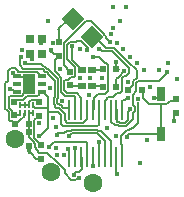
<source format=gbl>
%FSTAX23Y23*%
%MOIN*%
%SFA1B1*%

%IPPOS*%
%AMD57*
4,1,4,-0.038900,0.000000,0.000000,-0.038900,0.038900,0.000000,0.000000,0.038900,-0.038900,0.000000,0.0*
%
%ADD14C,0.006000*%
%ADD21R,0.021650X0.021650*%
%ADD23R,0.021650X0.021650*%
%ADD45C,0.005000*%
%ADD46C,0.008000*%
%ADD47C,0.004000*%
%ADD48C,0.017720*%
%ADD49C,0.062990*%
%ADD52R,0.025590X0.013780*%
%ADD53R,0.043310X0.066930*%
%ADD54R,0.027560X0.029530*%
%ADD55R,0.005910X0.019680*%
%ADD56R,0.009840X0.070870*%
G04~CAMADD=57~10~0.0~551.2~0.0~0.0~0.0~0.0~0~0.0~0.0~0.0~0.0~0~0.0~0.0~0.0~0.0~0~0.0~0.0~0.0~135.0~551.2~0.0*
%ADD57D57*%
%ADD58R,0.029530X0.047240*%
%ADD59R,0.025590X0.023620*%
%LNkoosh_main_board_v1_2-1*%
%LPD*%
G54D14*
X0023Y0041D02*
X0025Y00389D01*
X0023Y0041D02*
Y00455D01*
X0025Y00388D02*
X00261Y00377D01*
X0025Y00388D02*
Y00389D01*
X00261Y00377D02*
X00262D01*
X00192Y00302D02*
X00205Y0029D01*
X00192Y00302D02*
Y00345D01*
X00193Y00345*
X00385Y00354D02*
Y00354D01*
X00403Y00372*
X00378Y00346D02*
X00385Y00354D01*
X00403Y00372D02*
X00404D01*
X00378Y0032D02*
Y00346D01*
X00504Y00284D02*
X00513D01*
X00525Y00296*
X00193Y00345D02*
Y00351D01*
X00378Y00375D02*
X0038Y00372D01*
X00205Y0029D02*
X00215D01*
X00525Y00296D02*
Y00296D01*
X00378Y00038D02*
Y00086D01*
X00297Y00377D02*
X00329D01*
G54D21*
X00463Y0031D03*
X00417D03*
X00086Y00195D03*
X0004D03*
X00332Y0032D03*
X00378D03*
X00332Y0038D03*
X00378D03*
G54D23*
X0012Y00224D03*
Y0027D03*
X00222Y00371D03*
Y00325D03*
X00575Y00278D03*
Y00232D03*
X00185Y00422D03*
Y00468D03*
X00038Y00271D03*
Y00225D03*
X00128Y00127D03*
Y00081D03*
X00086Y00122D03*
Y00168D03*
G54D45*
X00191Y00058D02*
D01*
X00189Y0006*
X00187Y00062*
X00185Y00064*
X00183Y00066*
X00183Y00066*
X00121Y00101D02*
X00148D01*
X00183Y00066*
X00191Y00058D02*
X00205Y00044D01*
Y00033D02*
Y00044D01*
X00152Y00118D02*
X00169Y00135D01*
X00276*
X00254Y00015D02*
X00255Y00014D01*
X00114Y00138D02*
X0012Y00132D01*
X00114Y00138D02*
Y0014D01*
X00104Y0015D02*
X00114Y0014D01*
X00104Y0015D02*
Y00208D01*
X00105Y00118D02*
Y00133D01*
X00104Y00134D02*
X00105Y00133D01*
X00104Y00134D02*
Y00135D01*
X00087Y00152D02*
X00104Y00135D01*
X00105Y00118D02*
X00121Y00101D01*
X00228Y00011D02*
X00241D01*
X00205Y00033D02*
X00228Y00011D01*
X00218Y00114D02*
X00221Y00111D01*
X00235Y00027D02*
Y0003D01*
X00244Y00013D02*
X00255D01*
X00241Y00011D02*
X00244Y00013D01*
X00278Y0054D02*
X00294D01*
X00203Y00393D02*
X00213Y00383D01*
X00223Y00471D02*
X00243D01*
X00213Y00412D02*
Y00461D01*
Y00412D02*
X0022Y00405D01*
X00203Y00393D02*
Y00465D01*
X00278Y0054*
X00213Y00461D02*
X00223Y00471D01*
X00259Y00472D02*
X00282Y00449D01*
X00243Y00471D02*
X00244Y00472D01*
X0022Y00405D02*
X0024Y00385D01*
X00213Y00379D02*
X00222Y00371D01*
X00213Y00379D02*
Y00383D01*
X00342Y00482D02*
X00355Y00469D01*
X00342Y00482D02*
Y00489D01*
X00337Y00493D02*
X00342Y00489D01*
X00337Y00493D02*
Y00497D01*
X00294Y0054D02*
X00337Y00497D01*
X0032Y00447D02*
X00322D01*
X00355Y00469D02*
X00358D01*
X0024Y00357D02*
Y00385D01*
X00218Y00343D02*
X00228Y00353D01*
X00235*
X00208Y00343D02*
X00218D01*
X00235Y00353D02*
X0024Y00357D01*
X00221Y00086D02*
Y00111D01*
X00235Y0003D02*
X0024Y00036D01*
X00252*
X00255Y00013D02*
Y00014D01*
X00252Y00036D02*
X00262Y00046D01*
Y00084*
X0026Y00086D02*
X00262Y00084D01*
X00088Y00195D02*
Y00223D01*
X00085Y00192D02*
X00088Y00195D01*
X00085Y00168D02*
X00087Y00165D01*
X00085Y00168D02*
Y00192D01*
X00276Y00135D02*
X00279Y00132D01*
Y00087D02*
Y00132D01*
X00072Y0026D02*
X00086D01*
X00086Y0027D02*
X00089Y00272D01*
X00085Y0027D02*
X00086D01*
X00058Y0026D02*
X00072D01*
X00089Y00272D02*
Y00272D01*
X00093Y00277D02*
X00106D01*
X00079Y00289D02*
X00113D01*
X00089Y00272D02*
X00093Y00277D01*
X00106D02*
X00107Y00276D01*
X00111*
X0012Y00268*
X00042Y00195D02*
X00062Y00215D01*
X00064*
X00069Y00219*
X00071Y00231D02*
X00072Y00232D01*
X00069Y00222D02*
X00071Y00224D01*
X00069Y00219D02*
Y00222D01*
X00071Y00224D02*
Y00231D01*
X0003Y00206D02*
X00042Y00195D01*
X003Y00056D02*
Y00086D01*
X00299Y00056D02*
X003Y00056D01*
X0022Y00155D02*
X0023Y00165D01*
X00008Y00247D02*
X00012Y00243D01*
X00007Y00257D02*
Y00332D01*
X00008Y00247D02*
Y00256D01*
X00007Y00257D02*
X00008Y00256D01*
X00007Y00332D02*
X00015Y0034D01*
X0003Y00233D02*
X00038Y00225D01*
X0002Y00249D02*
Y00287D01*
X00012Y00243D02*
Y00243D01*
X0003Y00233D02*
Y00239D01*
X0002Y00249D02*
X0003Y00239D01*
X00012Y00243D02*
X0002Y00235D01*
Y00211D02*
Y00235D01*
X00038Y00225D02*
X0004Y00227D01*
X00104Y00208D02*
X0012Y00224D01*
X00086Y00225D02*
Y00232D01*
Y00225D02*
X00088Y00223D01*
X00058Y00228D02*
Y00232D01*
X00057Y00227D02*
X00058Y00228D01*
X0004Y00227D02*
X00057D01*
X00106Y00249D02*
X00133D01*
X00103Y00252D02*
X00106Y00249D01*
X00087Y00152D02*
Y00165D01*
X00172Y00252D02*
X00176Y00248D01*
X00172Y00287D02*
Y00341D01*
X0018Y00281D02*
X00182Y00283D01*
Y00346*
X0018Y00267D02*
X00189Y00258D01*
X00172Y00252D02*
Y00261D01*
X0017Y00263D02*
X00172Y00261D01*
X0017Y00285D02*
X00172Y00287D01*
X0017Y00263D02*
Y00285D01*
X0016Y00368D02*
X00182Y00346D01*
X0018Y00267D02*
Y00281D01*
X0015Y00364D02*
X00172Y00341D01*
X0015Y00364D02*
Y00365D01*
X0016Y00368D02*
Y00369D01*
X00213Y00174D02*
X00225D01*
X00318D02*
X00325D01*
X00225Y00175D02*
X00318D01*
X00318Y00174*
X00314Y00165D02*
X00339Y00139D01*
X0023Y00165D02*
X00314D01*
X00225Y00174D02*
X00225Y00175D01*
X00325Y00174D02*
X00359Y00141D01*
X00548Y00367D02*
Y0037D01*
X0052Y0034D02*
X00548Y00367D01*
X0045Y002D02*
Y00235D01*
Y00257D02*
Y0027D01*
Y00235D02*
X0045Y00235D01*
Y00257*
X0045Y00257D02*
X0045Y00257D01*
X0044Y00239D02*
Y00253D01*
X00432Y00232D02*
X0044Y00239D01*
X00432Y00212D02*
Y00232D01*
X00416Y0021D02*
Y00237D01*
X00433Y00259D02*
X0044Y00253D01*
X00423Y00244D02*
Y00246D01*
X00416Y00237D02*
X00423Y00244D01*
X00433Y00294D02*
X00444Y00305D01*
X00433Y00259D02*
Y00294D01*
X00381Y00301D02*
X00391D01*
X00402Y00356D02*
X0041D01*
X00396Y0035D02*
X00402Y00356D01*
X00391Y00301D02*
X00396Y00306D01*
Y0035*
X0041Y00356D02*
X0042Y00365D01*
X00364Y0044D02*
X0042Y00383D01*
Y00365D02*
Y00383D01*
X00444Y00305D02*
Y00333D01*
X0045Y0034*
X00375Y004D02*
X00378Y00403D01*
X00329Y0044D02*
X00364D01*
X00322Y00447D02*
X00329Y0044D01*
X00244Y00472D02*
X00259D01*
X00339Y00295D02*
X0035Y00306D01*
X00315Y00295D02*
X00339D01*
X0035Y00306D02*
Y00393D01*
X00339Y00399D02*
X00344D01*
X0035Y00393*
X00375Y00394D02*
Y004D01*
X00375Y00393D02*
X00375Y00394D01*
X00375Y00383D02*
X00378Y0038D01*
X00375Y00383D02*
Y00393D01*
X00319Y00418D02*
X00339Y00399D01*
X00296Y00418D02*
X00319D01*
X00378Y0038D02*
X00385D01*
X00017Y00373D02*
X00027Y00383D01*
X00055Y00392D02*
Y00407D01*
Y00392D02*
X00065Y00381D01*
X0012*
X0005Y00372D02*
X00051Y00371D01*
X0005Y00372D02*
Y00374D01*
X00041Y00383D02*
X0005Y00374D01*
X00027Y00383D02*
X00041D01*
X00034Y00364D02*
Y00367D01*
X00033Y00363D02*
X00034Y00364D01*
X0015Y00379D02*
X0016Y00369D01*
X00145Y00369D02*
X0015Y00365D01*
X00145Y00379D02*
X0015D01*
X00203Y00339D02*
X00208Y00343D01*
X00203Y00311D02*
Y00339D01*
Y00311D02*
X00213Y00301D01*
X00112Y00371D02*
X00119Y00364D01*
X00051Y00371D02*
X00112D01*
X00124Y00378D02*
X00132D01*
X0012Y00381D02*
X00124Y00378D01*
X00072Y00398D02*
X00073Y00396D01*
X00055Y00407D02*
X00057Y0041D01*
Y00417*
X0006Y0042*
X00017Y00372D02*
Y00373D01*
X00015Y0037D02*
X00017Y00372D01*
X00033Y00363D02*
X00041Y00355D01*
X00015Y0034D02*
Y0037D01*
X00128Y00396D02*
X00145Y00379D01*
X00102Y00396D02*
X00128D01*
X00101Y00395D02*
X00102Y00396D01*
X00088Y00395D02*
X00101D01*
X00132Y00378D02*
X0014Y00369D01*
X00119Y00359D02*
Y00364D01*
X0014Y00369D02*
X00145D01*
X00069Y00354D02*
X00088Y00335D01*
X00048Y00354D02*
X00069D01*
X0045Y0034D02*
X0052D01*
X00024Y00315D02*
X00027D01*
X00023Y0029D02*
X00053D01*
X0002Y00287D02*
X00023Y0029D01*
X00031Y00311D02*
X00034D01*
X00027Y00315D02*
X00031Y00311D01*
X00034D02*
X00041Y00304D01*
X00067Y00277D02*
X00079Y00289D01*
X00124Y00304D02*
X0013D01*
X00119Y003D02*
X00124Y00304D01*
X00119Y00294D02*
Y003D01*
X00113Y00289D02*
X00119Y00294D01*
X00366Y00286D02*
X00381Y00301D01*
X00351Y00286D02*
X00366D01*
X0018Y00159D02*
X0018Y00158D01*
X00341Y00276D02*
X00343D01*
X00339Y00243D02*
Y00274D01*
X00341Y00276*
X00343D02*
X00346Y00279D01*
Y00282*
X00351Y00286*
X00203Y00165D02*
X00213Y00174D01*
X0018Y00165D02*
X00203D01*
X00213Y002D02*
X00268D01*
X00205Y00209D02*
X00213Y002D01*
X001Y00253D02*
X001Y00252D01*
X00103*
X00133Y00249D02*
X00134Y0025D01*
X0015*
X00359Y00086D02*
Y00141D01*
X00339Y00086D02*
Y00139D01*
X00045Y00277D02*
X00067D01*
X00038Y00271D02*
X00045Y00277D01*
X00053Y0029D02*
X00063D01*
X00053Y0029D02*
X00053Y0029D01*
X00063D02*
X00067Y00294D01*
Y00297*
X00088Y00318D02*
Y00335D01*
X00067Y00297D02*
X00088Y00318D01*
X00024Y00206D02*
X0003D01*
X0002Y00211D02*
X00024Y00206D01*
X00041Y00304D02*
X00047D01*
X00205Y00209D02*
Y00231D01*
X0024Y00244D02*
X00241Y00243D01*
X00215Y0029D02*
X00235D01*
X0024Y00285*
Y00244D02*
Y00285D01*
X00276Y0021D02*
X00278D01*
X00268Y002D02*
X00273Y00205D01*
X0028Y00213D02*
Y00243D01*
X00278Y0021D02*
X0028Y00213D01*
X00273Y00205D02*
Y00207D01*
X00276Y0021*
X00176Y00248D02*
X00188D01*
X00205Y00231*
X00201Y00248D02*
X00221D01*
X00189Y00258D02*
X00192D01*
X00201Y00248*
X00213Y00301D02*
X00231D01*
X00233Y003*
X00245*
X00073Y00396D02*
X00087D01*
X00041Y00355D02*
X00047D01*
X00087Y00396D02*
X00088Y00395D01*
X00124Y00355D02*
X0013D01*
X00119Y00359D02*
X00124Y00355D01*
X0041Y0019D02*
X00432Y00212D01*
X00412Y00175D02*
X0042D01*
X00394Y00157D02*
X00412Y00175D01*
X0042D02*
X00429Y00184D01*
X00434*
X00373Y00192D02*
X00385D01*
X00381Y00204D02*
X00383Y00202D01*
X0039Y002D02*
X00406D01*
X00383Y00202D02*
X00389D01*
X0039Y002*
X00434Y00184D02*
X0045Y002D01*
X00381Y00204D02*
Y00246D01*
X00385Y00192D02*
X00386Y0019D01*
X00406Y002D02*
X00416Y0021D01*
X00386Y0019D02*
X0041D01*
X00303Y00283D02*
X00315Y00295D01*
X00394Y00129D02*
Y00157D01*
Y00129D02*
X00398Y00125D01*
X0018Y00159D02*
Y00165D01*
X00303Y00246D02*
Y00283D01*
X00245Y003D02*
X0026Y00284D01*
Y00243D02*
Y00284D01*
X00398Y00091D02*
Y00125D01*
X00279Y00087D02*
X0028Y00086D01*
X00086Y00232D02*
X001D01*
X00047Y00355D02*
X00048Y00354D01*
X0036Y00204D02*
X00373Y00192D01*
X00359Y00243D02*
X0036Y00242D01*
Y00204D02*
Y00242D01*
X003Y00243D02*
X00303Y00246D01*
G54D46*
X00086Y00111D02*
Y0012D01*
X00085Y00122D02*
X00086Y0012D01*
X00121Y00156D02*
X00122D01*
X0015Y00184*
X00087Y00101D02*
Y0011D01*
X0011Y00081D02*
X00132D01*
X00093Y00098D02*
X0011Y00081D01*
X00093Y00098D02*
Y001D01*
X00091D02*
X00093D01*
X00343Y00451D02*
X00369D01*
X00338Y00456D02*
X00343Y00451D01*
X00338Y00456D02*
Y00456D01*
X00308Y00486D02*
X00338Y00456D01*
X00369Y00451D02*
X00417Y00403D01*
X00172Y00185D02*
X00175D01*
X0012Y002D02*
X00121Y00198D01*
X0015Y00184D02*
Y0024D01*
X00182Y00362D02*
X00193Y00351D01*
X00172Y00372D02*
X00182Y00362D01*
X00182*
X00172Y00372D02*
Y00409D01*
X00571Y00228D02*
X00575Y00232D01*
X00571Y00209D02*
Y00228D01*
X0057Y00207D02*
X00571Y00209D01*
X0057Y00205D02*
Y00207D01*
X00433Y00326D02*
Y00338D01*
X00416Y00309D02*
X00433Y00326D01*
X00407Y00275D02*
X00414Y00282D01*
X00417*
X00399Y00275D02*
X00407D01*
X00398Y00243D02*
Y00274D01*
X00399Y00275*
X00417Y00403D02*
D01*
X00445Y00375*
Y0035D02*
Y00375D01*
X00295Y00486D02*
X00308D01*
X00486Y00263D02*
X00527D01*
X00467Y00282D02*
X00486Y00263D01*
X00172Y00409D02*
X00185Y00422D01*
X0023Y00322D02*
X00262D01*
X00223Y0033D02*
X0023Y00322D01*
X00095Y00412D02*
Y00418D01*
X00158Y00439D02*
X00169Y00428D01*
X00158Y00439D02*
Y0044D01*
X00125Y00465D02*
Y00469D01*
X00185Y00468D02*
Y00512D01*
X00184Y00512D02*
X00185Y00512D01*
X00433Y00338D02*
X00445Y0035D01*
X00184Y00512D02*
X00215Y00542D01*
X00467Y00282D02*
Y00305D01*
X00463Y0031D02*
X00467Y00305D01*
X00123Y0047D02*
X00125Y00469D01*
X00178Y00428D02*
X00185Y00422D01*
X00169Y00428D02*
X00178D01*
X00201Y00188D02*
X00313D01*
X00193Y00196D02*
X00201Y00188D01*
X00317Y00135D02*
X00319D01*
X0015Y0025D02*
Y00286D01*
Y0024D02*
Y0025D01*
X00193Y00196D02*
Y00226D01*
X00313Y00188D02*
X00319Y00194D01*
X00183Y00236D02*
X00193Y00226D01*
X00169Y00236D02*
X00183D01*
X0009Y00423D02*
X00095Y00418D01*
X00545Y00265D02*
X0055D01*
X00569Y00272D02*
X00575Y00278D01*
X00557Y00272D02*
X00569D01*
X0055Y00265D02*
X00557Y00272D01*
X00413Y00154D02*
X00421Y00163D01*
X00413Y00152D02*
Y00154D01*
X00215Y00542D02*
X00239D01*
X00525Y00261D02*
X00527Y00263D01*
X00525Y00173D02*
Y00261D01*
Y00173D02*
X00527Y00171D01*
X00543Y00263D02*
X00545Y00265D01*
X00527Y00263D02*
X00543D01*
X00527Y00165D02*
Y00171D01*
X00421Y00163D02*
X00525D01*
X00527Y00165*
X0015Y0024D02*
X00154Y00235D01*
X00168*
X00169Y00236*
X00319Y00135D02*
X00319Y00134D01*
Y00086D02*
Y00134D01*
X00132Y00304D02*
X0015Y00286D01*
X0013Y00304D02*
X00132D01*
X00319Y00194D02*
Y00243D01*
X00575Y00232D02*
X00575Y00232D01*
X00297Y00322D02*
X00332D01*
X00123Y0047D02*
X00129Y00476D01*
G54D47*
X00241Y00091D02*
Y00115D01*
X0024D02*
Y00119D01*
X0024Y00118*
X0038Y0003D02*
Y00037D01*
X0024Y00118D02*
X00241D01*
Y00091D02*
Y00118D01*
X00378Y00038D02*
X0038Y00037D01*
X00329Y00377D02*
X00332Y00375D01*
G54D48*
X00179Y00093D03*
X00152Y00118D03*
X00181Y00158D03*
X00202Y00092D03*
X00254Y00015D03*
X00175Y00117D03*
X00086Y00111D03*
X0022Y00155D03*
X00218Y00114D03*
X00241Y00117D03*
X00235Y00027D03*
X00121Y00156D03*
X00122Y00127D03*
X00024Y00313D03*
X00256Y00445D03*
X0023Y00455D03*
X0028Y00443D03*
X0032Y00447D03*
X00358Y00469D03*
X0036Y00495D03*
X004Y00445D03*
X0038Y00467D03*
X00299Y00056D03*
X00121Y00198D03*
X00155Y00317D03*
X00455Y00065D03*
X00415Y00335D03*
X00548Y0037D03*
X00423Y00246D03*
X00417Y00282D03*
X00404Y00372D03*
X00378Y00403D03*
X00424Y00421D03*
X00299Y0042D03*
X00445Y004D03*
X0058Y00345D03*
X0047Y00375D03*
X0052D03*
X00491Y00319D03*
X00504Y00284D03*
X0045Y0028D03*
X0016Y00443D03*
X00034Y00367D03*
X0019Y0038D03*
X00255Y0035D03*
X00072Y00398D03*
X0006Y0042D03*
X00062Y00442D03*
X00095Y00412D03*
X00125Y00465D03*
X00168Y00215D03*
X00151Y00538D03*
X00167Y00466D03*
X0038Y0003D03*
X00319Y00135D03*
X00378Y00155D03*
X00413Y00152D03*
X0057Y00205D03*
X00481Y00144D03*
X00175Y00185D03*
X00291Y00349D03*
X0033Y0035D03*
X00286Y00294D03*
X00196Y00274D03*
X00346Y00184D03*
X0039Y00541D03*
X0041Y00586D03*
X00365D03*
Y00516D03*
X0055Y004D03*
G54D49*
X0004Y00145D03*
X0016Y00035D03*
X003Y0D03*
G54D52*
X00047Y00304D03*
Y0033D03*
Y00355D03*
X0013D03*
Y0033D03*
Y00304D03*
G54D53*
X00088Y0033D03*
G54D54*
X00129Y00481D03*
Y00428D03*
X0009D03*
Y00481D03*
G54D55*
X001Y00232D03*
X00086D03*
X00072D03*
X00058D03*
Y0026D03*
X00072D03*
X00086D03*
X001D03*
G54D56*
X00398Y00086D03*
Y00243D03*
X00378Y00086D03*
Y00243D03*
X00359Y00086D03*
Y00243D03*
X00339Y00086D03*
Y00243D03*
X00319Y00086D03*
Y00243D03*
X003Y00086D03*
Y00243D03*
X0028Y00086D03*
Y00243D03*
X0026Y00086D03*
Y00243D03*
X00241Y00086D03*
Y00243D03*
X00221Y00086D03*
Y00243D03*
G54D57*
X00295Y00486D03*
X00234Y00547D03*
G54D58*
X00525Y00163D03*
Y00296D03*
G54D59*
X00262Y00322D03*
X00297D03*
Y00377D03*
X00262D03*
M02*
</source>
